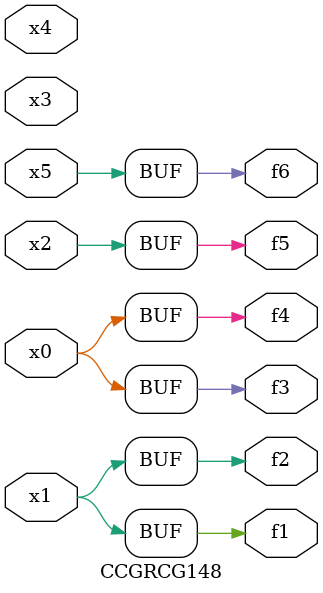
<source format=v>
module CCGRCG148(
	input x0, x1, x2, x3, x4, x5,
	output f1, f2, f3, f4, f5, f6
);
	assign f1 = x1;
	assign f2 = x1;
	assign f3 = x0;
	assign f4 = x0;
	assign f5 = x2;
	assign f6 = x5;
endmodule

</source>
